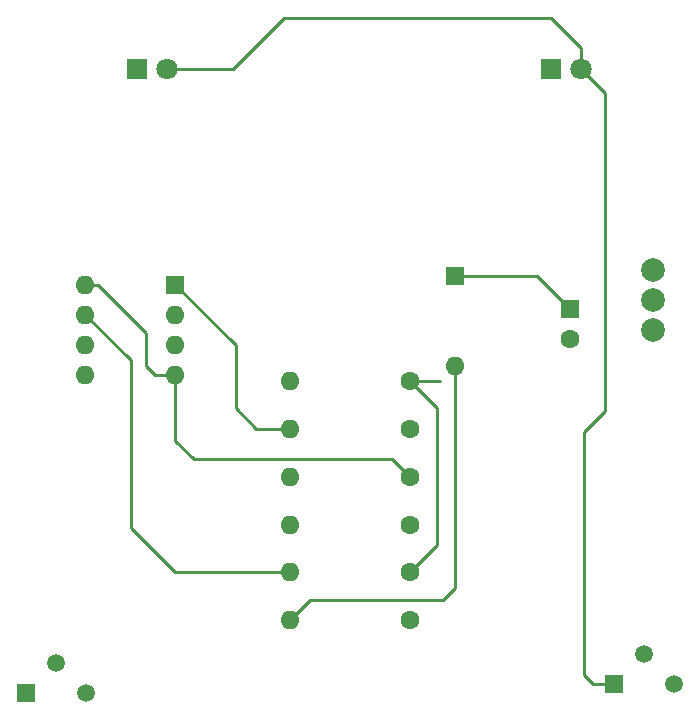
<source format=gbr>
%TF.GenerationSoftware,KiCad,Pcbnew,7.0.8*%
%TF.CreationDate,2024-08-10T05:42:33+02:00*%
%TF.ProjectId,Tiger,54696765-722e-46b6-9963-61645f706362,rev?*%
%TF.SameCoordinates,Original*%
%TF.FileFunction,Copper,L1,Top*%
%TF.FilePolarity,Positive*%
%FSLAX46Y46*%
G04 Gerber Fmt 4.6, Leading zero omitted, Abs format (unit mm)*
G04 Created by KiCad (PCBNEW 7.0.8) date 2024-08-10 05:42:33*
%MOMM*%
%LPD*%
G01*
G04 APERTURE LIST*
%TA.AperFunction,ComponentPad*%
%ADD10R,1.800000X1.800000*%
%TD*%
%TA.AperFunction,ComponentPad*%
%ADD11C,1.800000*%
%TD*%
%TA.AperFunction,ComponentPad*%
%ADD12R,1.500000X1.500000*%
%TD*%
%TA.AperFunction,ComponentPad*%
%ADD13C,1.500000*%
%TD*%
%TA.AperFunction,ComponentPad*%
%ADD14C,1.600000*%
%TD*%
%TA.AperFunction,ComponentPad*%
%ADD15O,1.600000X1.600000*%
%TD*%
%TA.AperFunction,ComponentPad*%
%ADD16R,1.600000X1.600000*%
%TD*%
%TA.AperFunction,ComponentPad*%
%ADD17C,2.000000*%
%TD*%
%TA.AperFunction,Conductor*%
%ADD18C,0.250000*%
%TD*%
G04 APERTURE END LIST*
D10*
%TO.P,D1,1,K*%
%TO.N,Net-(D1-K)*%
X46482000Y-59690000D03*
D11*
%TO.P,D1,2,A*%
%TO.N,Net-(D1-A)*%
X49022000Y-59690000D03*
%TD*%
D12*
%TO.P,Q2,1,E*%
%TO.N,Net-(D1-A)*%
X86868000Y-111760000D03*
D13*
%TO.P,Q2,2,B*%
%TO.N,Net-(Q1-C)*%
X89408000Y-109220000D03*
%TO.P,Q2,3,C*%
%TO.N,Net-(Q2-C)*%
X91948000Y-111760000D03*
%TD*%
D10*
%TO.P,D2,1,K*%
%TO.N,Net-(D1-K)*%
X81534000Y-59690000D03*
D11*
%TO.P,D2,2,A*%
%TO.N,Net-(D1-A)*%
X84074000Y-59690000D03*
%TD*%
D12*
%TO.P,Q1,1,E*%
%TO.N,Net-(D1-K)*%
X37084000Y-112522000D03*
D13*
%TO.P,Q1,2,B*%
%TO.N,Net-(Q1-B)*%
X39624000Y-109982000D03*
%TO.P,Q1,3,C*%
%TO.N,Net-(Q1-C)*%
X42164000Y-112522000D03*
%TD*%
D14*
%TO.P,R4,1*%
%TO.N,Net-(Q1-B)*%
X69596000Y-90156000D03*
D15*
%TO.P,R4,2*%
%TO.N,Net-(D1-K)*%
X59436000Y-90156000D03*
%TD*%
D16*
%TO.P,D3,1,K*%
%TO.N,Net-(D3-K)*%
X73406000Y-77216000D03*
D15*
%TO.P,D3,2,A*%
%TO.N,Net-(D3-A)*%
X73406000Y-84836000D03*
%TD*%
D14*
%TO.P,R3,1*%
%TO.N,Net-(D3-K)*%
X69596000Y-86106000D03*
D15*
%TO.P,R3,2*%
%TO.N,Net-(Q1-B)*%
X59436000Y-86106000D03*
%TD*%
D17*
%TO.P,S1,1,A*%
%TO.N,Net-(S1-A-Pad1)*%
X90170000Y-76708000D03*
%TO.P,S1,2,E*%
%TO.N,Net-(S1-E)*%
X90170000Y-79248000D03*
%TO.P,S1,3,A*%
%TO.N,unconnected-(S1-A-Pad3)*%
X90170000Y-81788000D03*
%TD*%
D16*
%TO.P,U1,1,GND*%
%TO.N,Net-(D1-K)*%
X49774000Y-77988000D03*
D15*
%TO.P,U1,2,TR*%
%TO.N,Net-(D3-K)*%
X49774000Y-80528000D03*
%TO.P,U1,3,Q*%
%TO.N,unconnected-(U1-Q-Pad3)*%
X49774000Y-83068000D03*
%TO.P,U1,4,R*%
%TO.N,Net-(S1-E)*%
X49774000Y-85608000D03*
%TO.P,U1,5,CV*%
%TO.N,unconnected-(U1-CV-Pad5)*%
X42154000Y-85608000D03*
%TO.P,U1,6,THR*%
%TO.N,Net-(D3-K)*%
X42154000Y-83068000D03*
%TO.P,U1,7,DIS*%
%TO.N,Net-(D3-A)*%
X42154000Y-80528000D03*
%TO.P,U1,8,VCC*%
%TO.N,Net-(S1-E)*%
X42154000Y-77988000D03*
%TD*%
D14*
%TO.P,R1off1,1*%
%TO.N,Net-(S1-E)*%
X69596000Y-106356000D03*
D15*
%TO.P,R1off1,2*%
%TO.N,Net-(D3-A)*%
X59436000Y-106356000D03*
%TD*%
D14*
%TO.P,R5,1*%
%TO.N,Net-(S1-E)*%
X69596000Y-94206000D03*
D15*
%TO.P,R5,2*%
%TO.N,Net-(Q1-C)*%
X59436000Y-94206000D03*
%TD*%
D16*
%TO.P,C1,1*%
%TO.N,Net-(D3-K)*%
X83216000Y-80010000D03*
D14*
%TO.P,C1,2*%
%TO.N,Net-(D1-K)*%
X83216000Y-82510000D03*
%TD*%
%TO.P,R6,1*%
%TO.N,Net-(S1-E)*%
X69596000Y-98256000D03*
D15*
%TO.P,R6,2*%
%TO.N,Net-(Q2-C)*%
X59436000Y-98256000D03*
%TD*%
D14*
%TO.P,R7,1*%
%TO.N,Net-(D3-K)*%
X69596000Y-102306000D03*
D15*
%TO.P,R7,2*%
%TO.N,Net-(D3-A)*%
X59436000Y-102306000D03*
%TD*%
D18*
%TO.N,Net-(D3-K)*%
X71882000Y-88392000D02*
X71882000Y-100020000D01*
X83216000Y-80010000D02*
X80422000Y-77216000D01*
X69596000Y-86106000D02*
X71882000Y-88392000D01*
X71882000Y-100020000D02*
X69596000Y-102306000D01*
X80422000Y-77216000D02*
X73406000Y-77216000D01*
X72136000Y-86106000D02*
X69596000Y-86106000D01*
%TO.N,Net-(D1-K)*%
X49774000Y-77988000D02*
X54864000Y-83078000D01*
X54864000Y-83078000D02*
X54864000Y-88392000D01*
X54864000Y-88392000D02*
X56628000Y-90156000D01*
X56628000Y-90156000D02*
X59436000Y-90156000D01*
%TO.N,Net-(D1-A)*%
X58928000Y-55372000D02*
X81534000Y-55372000D01*
X86106000Y-61722000D02*
X86106000Y-88646000D01*
X84074000Y-57912000D02*
X84074000Y-59690000D01*
X85090000Y-111760000D02*
X86868000Y-111760000D01*
X84074000Y-59690000D02*
X86106000Y-61722000D01*
X49022000Y-59690000D02*
X54610000Y-59690000D01*
X86106000Y-88646000D02*
X84328000Y-90424000D01*
X54610000Y-59690000D02*
X58928000Y-55372000D01*
X81534000Y-55372000D02*
X84074000Y-57912000D01*
X84328000Y-90424000D02*
X84328000Y-110998000D01*
X84328000Y-110998000D02*
X85090000Y-111760000D01*
%TO.N,Net-(D3-A)*%
X45974000Y-84348000D02*
X45974000Y-98552000D01*
X49728000Y-102306000D02*
X59436000Y-102306000D01*
X72390000Y-104648000D02*
X61144000Y-104648000D01*
X42154000Y-80528000D02*
X45974000Y-84348000D01*
X45974000Y-98552000D02*
X49728000Y-102306000D01*
X73406000Y-84836000D02*
X73406000Y-103632000D01*
X61144000Y-104648000D02*
X59436000Y-106356000D01*
X73406000Y-103632000D02*
X72390000Y-104648000D01*
%TO.N,Net-(S1-E)*%
X68100000Y-92710000D02*
X69596000Y-94206000D01*
X49774000Y-85608000D02*
X49774000Y-91176000D01*
X47244000Y-82042000D02*
X47244000Y-84836000D01*
X42154000Y-77988000D02*
X43190000Y-77988000D01*
X51308000Y-92710000D02*
X68100000Y-92710000D01*
X47244000Y-84836000D02*
X48016000Y-85608000D01*
X48016000Y-85608000D02*
X49774000Y-85608000D01*
X43190000Y-77988000D02*
X47244000Y-82042000D01*
X49774000Y-91176000D02*
X51308000Y-92710000D01*
%TD*%
M02*

</source>
